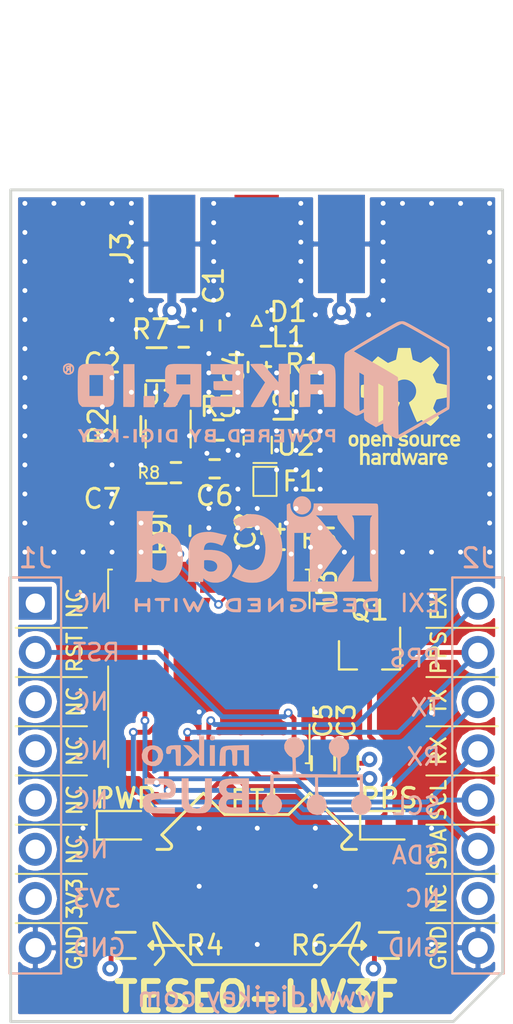
<source format=kicad_pcb>
(kicad_pcb (version 20171130) (host pcbnew "(5.0.0)")
  (layers (0 F.Cu signal) (1 In1.Cu power) (2 In2.Cu power) (31 B.Cu signal) (34 B.Paste user) (35 F.Paste user) (36 B.SilkS user) (37 F.SilkS user) (38 B.Mask user) (39 F.Mask user) (44 Edge.Cuts user))
  (net 0 "")
  (net 1 "Net-(J1-Pad1)")
  (net 2 "Net-(J1-Pad3)")
  (net 3 "Net-(J1-Pad4)")
  (net 4 "Net-(J1-Pad5)")
  (net 5 "Net-(J1-Pad6)")
  (net 6 +3V3)
  (net 7 GND)
  (net 8 +BATT)
  (net 9 "Net-(C1-Pad1)")
  (net 10 "Net-(C4-Pad2)")
  (net 11 "Net-(C4-Pad1)")
  (net 12 /VCC_RF)
  (net 13 "Net-(C8-Pad2)")
  (net 14 /RF_IN)
  (net 15 "Net-(D2-Pad2)")
  (net 16 "Net-(D3-Pad1)")
  (net 17 "Net-(D3-Pad2)")
  (net 18 "Net-(F1-Pad1)")
  (net 19 /RESET)
  (net 20 "Net-(J2-Pad7)")
  (net 21 /SDA)
  (net 22 /SCL)
  (net 23 /RX)
  (net 24 /TX)
  (net 25 /PPS)
  (net 26 /EXI)
  (net 27 "Net-(L2-Pad1)")
  (net 28 "Net-(R1-Pad2)")
  (net 29 "Net-(R2-Pad2)")
  (net 30 /ANT_OFF)
  (net 31 "Net-(U3-Pad15)")
  (net 32 "Net-(U3-Pad18)")
  (net 33 "Net-(C2-Pad1)")
  (net 34 "Net-(C7-Pad1)")
  (net 35 "Net-(R8-Pad1)")
  (module Resistors_SMD:R_0402 (layer F.Cu) (at 134.66 103.1)
    (fp_text reference R7 (at -1.7 -0.4) (layer F.SilkS))
    (fp_text value 0)
    (pad 2 smd rect (at 0.45 0) (size 0.4 0.6) (layers F.Cu F.Paste F.Mask) (net 9 "Net-(C1-Pad1)"))
    (pad 1 smd rect (at -0.45 0) (size 0.4 0.6) (layers F.Cu F.Paste F.Mask) (net 33 "Net-(C2-Pad1)"))
  )
  (module Resistors_SMD:R_0402 (layer F.Cu) (at 134.46 113.1 270)
    (fp_text reference R9 (at 0.35 1 270) (layer F.SilkS))
    (fp_text value 0)
    (pad 1 smd rect (at -0.45 0 270) (size 0.4 0.6) (layers F.Cu F.Paste F.Mask) (net 34 "Net-(C7-Pad1)"))
    (pad 2 smd rect (at 0.45 0 270) (size 0.4 0.6) (layers F.Cu F.Paste F.Mask) (net 12 /VCC_RF))
  )
  (module Resistors_SMD:R_0402 (layer F.Cu) (at 134.26 110.1)
    (fp_text reference R8 (at -1.4 0) (layer F.SilkS) (effects (font (size 0.6 0.6) (thickness 0.1))))
    (fp_text value 0)
    (pad 1 smd rect (at -0.45 0) (size 0.4 0.6) (layers F.Cu F.Paste F.Mask) (net 35 "Net-(R8-Pad1)"))
    (pad 2 smd rect (at 0.45 0) (size 0.4 0.6) (layers F.Cu F.Paste F.Mask) (net 30 /ANT_OFF))
  )
  (module local-footprints:TESEO_LIV3F_SMD (layer F.Cu) (at 135.96 120.1 90)
    (fp_text reference U3 (at 4 6.1 90) (layer F.SilkS))
    (fp_text value TESEO-LIV3F)
    (pad 10 smd rect (at 4.6 4.4 90) (size 1.6 0.9) (layers F.Cu F.Paste F.Mask) (net 7 GND))
    (pad 11 smd rect (at 4.6 3.3 90) (size 1.6 0.9) (layers F.Cu F.Paste F.Mask) (net 14 /RF_IN))
    (pad 12 smd rect (at 4.6 2.2 90) (size 1.6 0.9) (layers F.Cu F.Paste F.Mask) (net 7 GND))
    (pad 13 smd rect (at 4.6 1.1 90) (size 1.6 0.9) (layers F.Cu F.Paste F.Mask) (net 30 /ANT_OFF))
    (pad 14 smd rect (at 4.6 0 90) (size 1.6 0.9) (layers F.Cu F.Paste F.Mask) (net 12 /VCC_RF))
    (pad 15 smd rect (at 4.6 -1.1 90) (size 1.6 0.9) (layers F.Cu F.Paste F.Mask) (net 31 "Net-(U3-Pad15)"))
    (pad 16 smd rect (at 4.6 -2.2 90) (size 1.6 0.9) (layers F.Cu F.Paste F.Mask) (net 21 /SDA))
    (pad 17 smd rect (at 4.6 -3.3 90) (size 1.6 0.9) (layers F.Cu F.Paste F.Mask) (net 22 /SCL))
    (pad 18 smd rect (at 4.6 -4.4 90) (size 1.6 0.9) (layers F.Cu F.Paste F.Mask) (net 32 "Net-(U3-Pad18)"))
    (pad 9 smd rect (at -4.6 4.4 90) (size 1.6 0.9) (layers F.Cu F.Paste F.Mask) (net 19 /RESET))
    (pad 8 smd rect (at -4.6 3.3 90) (size 1.6 0.9) (layers F.Cu F.Paste F.Mask) (net 6 +3V3))
    (pad 7 smd rect (at -4.6 2.2 90) (size 1.6 0.9) (layers F.Cu F.Paste F.Mask) (net 6 +3V3))
    (pad 6 smd rect (at -4.6 1.1 90) (size 1.6 0.9) (layers F.Cu F.Paste F.Mask) (net 8 +BATT))
    (pad 5 smd rect (at -4.6 0 90) (size 1.6 0.9) (layers F.Cu F.Paste F.Mask) (net 26 /EXI))
    (pad 4 smd rect (at -4.6 -1.1 90) (size 1.6 0.9) (layers F.Cu F.Paste F.Mask) (net 25 /PPS))
    (pad 3 smd rect (at -4.6 -2.2 90) (size 1.6 0.9) (layers F.Cu F.Paste F.Mask) (net 23 /RX))
    (pad 2 smd rect (at -4.6 -3.3 90) (size 1.6 0.9) (layers F.Cu F.Paste F.Mask) (net 24 /TX))
    (pad 1 smd rect (at -4.6 -4.4 90) (size 1.6 0.9) (layers F.Cu F.Paste F.Mask) (net 7 GND))
  )
  (module Connector_PinHeader_2.54mm:PinHeader_1x08_P2.54mm_Vertical (layer B.Cu) (at 127 116.84 180)
    (fp_text reference J1 (at 0 2.33 180) (layer B.SilkS) (effects (justify mirror)))
    (fp_text value Conn_01x08)
    (pad 1 thru_hole rect (at 0 0 180) (size 1.7 1.7) (drill 1) (layers *.Cu *.Mask) (net 1 "Net-(J1-Pad1)"))
    (pad 2 thru_hole oval (at 0 -2.54 180) (size 1.7 1.7) (drill 1) (layers *.Cu *.Mask) (net 19 /RESET))
    (pad 3 thru_hole oval (at 0 -5.08 180) (size 1.7 1.7) (drill 1) (layers *.Cu *.Mask) (net 2 "Net-(J1-Pad3)"))
    (pad 4 thru_hole oval (at 0 -7.62 180) (size 1.7 1.7) (drill 1) (layers *.Cu *.Mask) (net 3 "Net-(J1-Pad4)"))
    (pad 5 thru_hole oval (at 0 -10.16 180) (size 1.7 1.7) (drill 1) (layers *.Cu *.Mask) (net 4 "Net-(J1-Pad5)"))
    (pad 6 thru_hole oval (at 0 -12.7 180) (size 1.7 1.7) (drill 1) (layers *.Cu *.Mask) (net 5 "Net-(J1-Pad6)"))
    (pad 7 thru_hole oval (at 0 -15.24 180) (size 1.7 1.7) (drill 1) (layers *.Cu *.Mask) (net 6 +3V3))
    (pad 8 thru_hole oval (at 0 -17.78 180) (size 1.7 1.7) (drill 1) (layers *.Cu *.Mask) (net 7 GND))
  )
  (module Connector_PinHeader_2.54mm:PinHeader_1x08_P2.54mm_Vertical (layer B.Cu) (at 149.86 116.84 180)
    (fp_text reference J2 (at 0 2.33 180) (layer B.SilkS) (effects (justify mirror)))
    (fp_text value Conn_01x08)
    (pad 8 thru_hole oval (at 0 -17.78 180) (size 1.7 1.7) (drill 1) (layers *.Cu *.Mask) (net 7 GND))
    (pad 7 thru_hole oval (at 0 -15.24 180) (size 1.7 1.7) (drill 1) (layers *.Cu *.Mask) (net 20 "Net-(J2-Pad7)"))
    (pad 6 thru_hole oval (at 0 -12.7 180) (size 1.7 1.7) (drill 1) (layers *.Cu *.Mask) (net 21 /SDA))
    (pad 5 thru_hole oval (at 0 -10.16 180) (size 1.7 1.7) (drill 1) (layers *.Cu *.Mask) (net 22 /SCL))
    (pad 4 thru_hole oval (at 0 -7.62 180) (size 1.7 1.7) (drill 1) (layers *.Cu *.Mask) (net 23 /RX))
    (pad 3 thru_hole oval (at 0 -5.08 180) (size 1.7 1.7) (drill 1) (layers *.Cu *.Mask) (net 24 /TX))
    (pad 2 thru_hole oval (at 0 -2.54 180) (size 1.7 1.7) (drill 1) (layers *.Cu *.Mask) (net 25 /PPS))
    (pad 1 thru_hole circle (at 0 0 180) (size 1.7 1.7) (drill 1) (layers *.Cu *.Mask) (net 26 /EXI))
  )
  (module logos:mikroBUS-Logo_11.87mm (layer B.Cu) (at 138.43 125.73 180)
    (fp_text reference G*** hide)
    (fp_text value mikrobus-logo_11.87mm hide)
  )
  (module local-footprints:Keystone_3030_1x10mm-CoinCell (layer F.Cu) (at 138.43 131.445 180)
    (fp_text reference BT1 (at 0 4.445 180) (layer F.SilkS))
    (fp_text value Battery_Cell)
    (pad 2 smd rect (at 0 0 180) (size 4 4) (layers F.Cu F.Paste F.Mask) (net 7 GND))
    (pad 1 smd rect (at 6.6 0 180) (size 2.9 3.5) (layers F.Cu F.Paste F.Mask) (net 8 +BATT))
    (pad 1 smd rect (at -6.6 0 180) (size 2.9 3.5) (layers F.Cu F.Paste F.Mask) (net 8 +BATT))
  )
  (module Capacitors_SMD:C_0402 (layer F.Cu) (at 136.06 102.5 90)
    (fp_text reference C1 (at 2.05 0.15 270) (layer F.SilkS))
    (fp_text value 56p)
    (pad 1 smd rect (at -0.55 0 90) (size 0.6 0.5) (layers F.Cu F.Paste F.Mask) (net 9 "Net-(C1-Pad1)"))
    (pad 2 smd rect (at 0.55 0 90) (size 0.6 0.5) (layers F.Cu F.Paste F.Mask) (net 7 GND))
  )
  (module Capacitors_SMD:C_0603 (layer F.Cu) (at 143.06 125.1 270)
    (fp_text reference C3 (at -2.2 0 270) (layer F.SilkS) (effects (font (size 0.9 0.9))))
    (fp_text value 100p)
    (pad 2 smd rect (at 0.75 0 270) (size 0.8 0.75) (layers F.Cu F.Paste F.Mask) (net 6 +3V3))
    (pad 1 smd rect (at -0.75 0 270) (size 0.8 0.75) (layers F.Cu F.Paste F.Mask) (net 7 GND))
  )
  (module Capacitors_SMD:C_0402 (layer F.Cu) (at 138.46 104.65 90)
    (fp_text reference C4 (at -0.05 -1.2 270) (layer F.SilkS))
    (fp_text value 120p)
    (pad 2 smd rect (at 0.55 0 90) (size 0.6 0.5) (layers F.Cu F.Paste F.Mask) (net 10 "Net-(C4-Pad2)"))
    (pad 1 smd rect (at -0.55 0 90) (size 0.6 0.5) (layers F.Cu F.Paste F.Mask) (net 11 "Net-(C4-Pad1)"))
  )
  (module Capacitors_SMD:C_0603 (layer F.Cu) (at 141.86 125.1 270)
    (fp_text reference C5 (at -2.2 0 270) (layer F.SilkS) (effects (font (size 0.9 0.9))))
    (fp_text value 100n)
    (pad 1 smd rect (at -0.75 0 270) (size 0.8 0.75) (layers F.Cu F.Paste F.Mask) (net 7 GND))
    (pad 2 smd rect (at 0.75 0 270) (size 0.8 0.75) (layers F.Cu F.Paste F.Mask) (net 6 +3V3))
  )
  (module Capacitors_SMD:C_0402 (layer F.Cu) (at 136.26 109.9 180)
    (fp_text reference C6 (at 0 -1.4 180) (layer F.SilkS))
    (fp_text value 1n)
    (pad 1 smd rect (at -0.55 0 180) (size 0.6 0.5) (layers F.Cu F.Paste F.Mask) (net 12 /VCC_RF))
    (pad 2 smd rect (at 0.55 0 180) (size 0.6 0.5) (layers F.Cu F.Paste F.Mask) (net 7 GND))
  )
  (module Capacitors_SMD:C_0402 (layer F.Cu) (at 139.16 113 90)
    (fp_text reference C8 (at -0.1 -1.3 270) (layer F.SilkS))
    (fp_text value 120p)
    (pad 2 smd rect (at 0.55 0 90) (size 0.6 0.5) (layers F.Cu F.Paste F.Mask) (net 13 "Net-(C8-Pad2)"))
    (pad 1 smd rect (at -0.55 0 90) (size 0.6 0.5) (layers F.Cu F.Paste F.Mask) (net 14 /RF_IN))
  )
  (module Diode_SMD:D_0201_0603Metric (layer F.Cu) (at 138.11 101.8 180)
    (fp_text reference D1 (at -1.95 0 180) (layer F.SilkS))
    (fp_text value D_TVS_ALT)
    (pad 1 smd roundrect (at -0.32 0 180) (size 0.46 0.4) (layers F.Cu F.Mask) (net 10 "Net-(C4-Pad2)"))
    (pad 2 smd roundrect (at 0.32 0 180) (size 0.46 0.4) (layers F.Cu F.Mask) (net 7 GND))
  )
  (module Diode_SMD:D_0603_1608Metric (layer F.Cu) (at 131.66 128.3)
    (fp_text reference D2 hide)
    (fp_text value LTST-C190KGKT)
    (pad 2 smd roundrect (at 0.7875 0) (size 0.875 0.95) (layers F.Cu F.Paste F.Mask) (net 15 "Net-(D2-Pad2)"))
    (pad 1 smd roundrect (at -0.7875 0) (size 0.875 0.95) (layers F.Cu F.Paste F.Mask) (net 7 GND))
  )
  (module Diode_SMD:D_0603_1608Metric (layer F.Cu) (at 145.26 128.3)
    (fp_text reference D3 hide)
    (fp_text value LTST-C190KRKT)
    (pad 1 smd roundrect (at -0.7875 0) (size 0.875 0.95) (layers F.Cu F.Paste F.Mask) (net 16 "Net-(D3-Pad1)"))
    (pad 2 smd roundrect (at 0.7875 0) (size 0.875 0.95) (layers F.Cu F.Paste F.Mask) (net 17 "Net-(D3-Pad2)"))
  )
  (module local-footprints:Filter_1411-5_1.4x1.1mm (layer F.Cu) (at 138.86 110.55 270)
    (fp_text reference F1 (at 0 -1.8) (layer F.SilkS))
    (fp_text value B4327)
    (pad 5 smd rect (at 0 -0.2875) (size 0.325 0.25) (layers F.Cu F.Paste F.Mask) (net 7 GND))
    (pad 4 smd rect (at 0.5 -0.2875) (size 0.325 0.25) (layers F.Cu F.Paste F.Mask) (net 13 "Net-(C8-Pad2)"))
    (pad 3 smd rect (at 0.5 0.2875) (size 0.325 0.25) (layers F.Cu F.Paste F.Mask) (net 7 GND))
    (pad 2 smd rect (at 0 0.2875) (size 0.325 0.25) (layers F.Cu F.Paste F.Mask) (net 7 GND))
    (pad 1 smd rect (at -0.5 0) (size 0.325 0.25) (layers F.Cu F.Paste F.Mask) (net 18 "Net-(F1-Pad1)"))
  )
  (module Connector_Coaxial:SMA_Molex_73251-1153_EdgeMount_Horizontal (layer F.Cu) (at 138.43 100.018 270)
    (fp_text reference J3 (at -1.5 7 270) (layer F.SilkS))
    (fp_text value Conn_Coaxial)
    (pad 1 smd rect (at -1.72 0 270) (size 5.08 2.29) (layers F.Cu F.Paste F.Mask) (net 10 "Net-(C4-Pad2)"))
    (pad 2 smd rect (at -1.72 -4.38 270) (size 5.08 2.42) (layers F.Cu F.Paste F.Mask) (net 7 GND))
    (pad 2 smd rect (at -1.72 4.38 270) (size 5.08 2.42) (layers F.Cu F.Paste F.Mask) (net 7 GND))
    (pad 2 smd rect (at -1.72 -4.38 270) (size 5.08 2.42) (layers B.Cu B.Paste B.Mask) (net 7 GND))
    (pad 2 smd rect (at -1.72 4.38 270) (size 5.08 2.42) (layers B.Cu B.Paste B.Mask) (net 7 GND))
    (pad 2 thru_hole circle (at 1.72 -4.38 270) (size 0.97 0.97) (drill 0.46) (layers *.Cu) (net 7 GND))
    (pad 2 thru_hole circle (at 1.72 4.38 270) (size 0.97 0.97) (drill 0.46) (layers *.Cu) (net 7 GND))
    (pad 2 smd rect (at 1.27 -4.38 270) (size 0.95 0.46) (layers F.Cu) (net 7 GND))
    (pad 2 smd rect (at 1.27 4.38 270) (size 0.95 0.46) (layers F.Cu) (net 7 GND))
    (pad 2 smd rect (at 1.27 -4.38 270) (size 0.95 0.46) (layers B.Cu) (net 7 GND))
    (pad 2 smd rect (at 1.27 4.38 270) (size 0.95 0.46) (layers B.Cu) (net 7 GND))
  )
  (module Inductor_SMD:L_0402_1005Metric (layer F.Cu) (at 137.96 103.1 180)
    (fp_text reference L1 (at -2.1 0 180) (layer F.SilkS))
    (fp_text value 56n)
    (pad 2 smd roundrect (at 0.485 0 180) (size 0.59 0.64) (layers F.Cu F.Paste F.Mask) (net 9 "Net-(C1-Pad1)"))
    (pad 1 smd roundrect (at -0.485 0 180) (size 0.59 0.64) (layers F.Cu F.Paste F.Mask) (net 10 "Net-(C4-Pad2)"))
  )
  (module Inductor_SMD:L_0402_1005Metric (layer F.Cu) (at 138.46 106.685 90)
    (fp_text reference L2 (at -0.015 1.4 270) (layer F.SilkS))
    (fp_text value 6.8n)
    (pad 1 smd roundrect (at -0.485 0 90) (size 0.59 0.64) (layers F.Cu F.Paste F.Mask) (net 27 "Net-(L2-Pad1)"))
    (pad 2 smd roundrect (at 0.485 0 90) (size 0.59 0.64) (layers F.Cu F.Paste F.Mask) (net 11 "Net-(C4-Pad1)"))
  )
  (module Package_TO_SOT_SMD:SOT-23 (layer F.Cu) (at 144.26 119.5 270)
    (fp_text reference Q1 (at -2.29 0) (layer F.SilkS))
    (fp_text value MMUN2211LT1G)
    (pad 1 smd rect (at -1 -0.95 270) (size 0.9 0.8) (layers F.Cu F.Paste F.Mask) (net 25 /PPS))
    (pad 2 smd rect (at -1 0.95 270) (size 0.9 0.8) (layers F.Cu F.Paste F.Mask) (net 7 GND))
    (pad 3 smd rect (at 1 0 270) (size 0.9 0.8) (layers F.Cu F.Paste F.Mask) (net 16 "Net-(D3-Pad1)"))
  )
  (module Resistors_SMD:R_0402 (layer F.Cu) (at 138.91 104.1)
    (fp_text reference R1 (at 1.95 0.4) (layer F.SilkS))
    (fp_text value 0)
    (pad 1 smd rect (at -0.45 0) (size 0.4 0.6) (layers F.Cu F.Paste F.Mask) (net 10 "Net-(C4-Pad2)"))
    (pad 2 smd rect (at 0.45 0) (size 0.4 0.6) (layers F.Cu F.Paste F.Mask) (net 28 "Net-(R1-Pad2)"))
  )
  (module Resistors_SMD:R_0402 (layer F.Cu) (at 136.46 107.9)
    (fp_text reference R3 (at 0 -1.2) (layer F.SilkS))
    (fp_text value 10k)
    (pad 1 smd rect (at -0.45 0) (size 0.4 0.6) (layers F.Cu F.Paste F.Mask) (net 7 GND))
    (pad 2 smd rect (at 0.45 0) (size 0.4 0.6) (layers F.Cu F.Paste F.Mask) (net 30 /ANT_OFF))
  )
  (module Resistors_SMD:R_0603 (layer F.Cu) (at 131.66 134.5)
    (fp_text reference R4 (at 4.1 0) (layer F.SilkS))
    (fp_text value 330)
    (pad 1 smd rect (at -0.75 0) (size 0.5 0.9) (layers F.Cu F.Paste F.Mask) (net 6 +3V3))
    (pad 2 smd rect (at 0.75 0) (size 0.5 0.9) (layers F.Cu F.Paste F.Mask) (net 15 "Net-(D2-Pad2)"))
  )
  (module Resistors_SMD:R_0402 (layer F.Cu) (at 139.61 113.55)
    (fp_text reference R5 (at 2.05 -0.05) (layer F.SilkS))
    (fp_text value 0)
    (pad 2 smd rect (at 0.45 0) (size 0.4 0.6) (layers F.Cu F.Paste F.Mask) (net 28 "Net-(R1-Pad2)"))
    (pad 1 smd rect (at -0.45 0) (size 0.4 0.6) (layers F.Cu F.Paste F.Mask) (net 14 /RF_IN))
  )
  (module Resistors_SMD:R_0603 (layer F.Cu) (at 145.26 134.5)
    (fp_text reference R6 (at -4.1 0) (layer F.SilkS))
    (fp_text value 330)
    (pad 1 smd rect (at -0.75 0) (size 0.5 0.9) (layers F.Cu F.Paste F.Mask) (net 6 +3V3))
    (pad 2 smd rect (at 0.75 0) (size 0.5 0.9) (layers F.Cu F.Paste F.Mask) (net 17 "Net-(D3-Pad2)"))
  )
  (module Package_TO_SOT_SMD:SOT-353_SC-70-5 (layer F.Cu) (at 133.86 108.1 270)
    (fp_text reference U1 (at -2 0.4) (layer F.SilkS))
    (fp_text value TPS22943)
    (pad 1 smd rect (at -0.95 -0.65 270) (size 0.65 0.4) (layers F.Cu F.Paste F.Mask) (net 33 "Net-(C2-Pad1)"))
    (pad 3 smd rect (at -0.95 0.65 270) (size 0.65 0.4) (layers F.Cu F.Paste F.Mask) (net 29 "Net-(R2-Pad2)"))
    (pad 2 smd rect (at -0.95 0 270) (size 0.65 0.4) (layers F.Cu F.Paste F.Mask) (net 7 GND))
    (pad 4 smd rect (at 0.95 0.65 270) (size 0.65 0.4) (layers F.Cu F.Paste F.Mask) (net 35 "Net-(R8-Pad1)"))
    (pad 5 smd rect (at 0.95 -0.65 270) (size 0.65 0.4) (layers F.Cu F.Paste F.Mask) (net 34 "Net-(C7-Pad1)"))
  )
  (module local-footprints:TSNP-6_0.8x0.7mm_P0.4mm (layer F.Cu) (at 138.46 108.65 90)
    (fp_text reference U2 (at -0.05 2 180) (layer F.SilkS))
    (fp_text value BGA725L6)
    (pad 1 smd rect (at -0.2 -0.4 90) (size 0.245 0.245) (layers F.Cu F.Paste F.Mask) (net 7 GND))
    (pad 2 smd rect (at -0.2 0 90) (size 0.245 0.245) (layers F.Cu F.Paste F.Mask) (net 12 /VCC_RF))
    (pad 3 smd rect (at -0.2 0.4 90) (size 0.245 0.245) (layers F.Cu F.Paste F.Mask) (net 18 "Net-(F1-Pad1)"))
    (pad 4 smd rect (at 0.2 0.4 90) (size 0.245 0.245) (layers F.Cu F.Paste F.Mask) (net 7 GND))
    (pad 5 smd rect (at 0.2 0 90) (size 0.245 0.245) (layers F.Cu F.Paste F.Mask) (net 27 "Net-(L2-Pad1)"))
    (pad 6 smd rect (at 0.2 -0.4 90) (size 0.245 0.245) (layers F.Cu F.Paste F.Mask) (net 30 /ANT_OFF))
  )
  (module Capacitors_SMD:C_0805 (layer F.Cu) (at 133.26 104.5 180)
    (fp_text reference C2 (at 2.8 0.05 180) (layer F.SilkS))
    (fp_text value 1u)
    (pad 1 smd rect (at -1 0 180) (size 1 1.25) (layers F.Cu F.Paste F.Mask) (net 33 "Net-(C2-Pad1)"))
    (pad 2 smd rect (at 1 0 180) (size 1 1.25) (layers F.Cu F.Paste F.Mask) (net 7 GND))
  )
  (module Capacitors_SMD:C_0805 (layer F.Cu) (at 133.26 111.5 180)
    (fp_text reference C7 (at 2.8 0.05 180) (layer F.SilkS))
    (fp_text value 2.2u)
    (pad 2 smd rect (at 1 0 180) (size 1 1.25) (layers F.Cu F.Paste F.Mask) (net 7 GND))
    (pad 1 smd rect (at -1 0 180) (size 1 1.25) (layers F.Cu F.Paste F.Mask) (net 34 "Net-(C7-Pad1)"))
  )
  (module Resistors_SMD:R_0603 (layer F.Cu) (at 131.772 107.7 90)
    (fp_text reference R2 (at 0 -1.512 90) (layer F.SilkS))
    (fp_text value 100k)
    (pad 1 smd rect (at -0.75 0 90) (size 0.5 0.9) (layers F.Cu F.Paste F.Mask) (net 34 "Net-(C7-Pad1)"))
    (pad 2 smd rect (at 0.75 0 90) (size 0.5 0.9) (layers F.Cu F.Paste F.Mask) (net 29 "Net-(R2-Pad2)"))
  )
  (module Symbol:KiCad-Logo2_6mm_SilkScreen (layer B.Cu) (at 138.43 114.3 180)
    (fp_text reference REF** hide)
    (fp_text value KiCad-Logo2_6mm_SilkScreen hide)
  )
  (module logos:maker_io-logo_20mm (layer B.Cu) (at 138.43 105.41 180)
    (fp_text reference G*** hide)
    (fp_text value LOGO hide)
  )
  (module Symbol:OSHW-Logo_5.7x6mm_SilkScreen (layer F.Cu) (at 146.05 106.68)
    (fp_text reference REF** hide)
    (fp_text value OSHW-Logo_5.7x6mm_SilkScreen hide)
  )
  (gr_text www.digikey.com (at 138.43 137.16) (layer B.SilkS) (effects (font (size 1 1)) (justify mirror)))
  (gr_line (start 143.86 134.7) (end 144.06 134.5) (layer F.SilkS) (width 0.15))
  (gr_line (start 143.86 134.3) (end 143.86 134.7) (layer F.SilkS) (width 0.15))
  (gr_line (start 144.06 134.5) (end 143.86 134.3) (layer F.SilkS) (width 0.15))
  (gr_line (start 142.26 134.5) (end 144.06 134.5) (layer F.SilkS) (width 0.15))
  (gr_line (start 133.06 134.7) (end 132.86 134.5) (layer F.SilkS) (width 0.15))
  (gr_line (start 133.06 134.3) (end 133.06 134.7) (layer F.SilkS) (width 0.15))
  (gr_line (start 132.86 134.5) (end 133.06 134.3) (layer F.SilkS) (width 0.15))
  (gr_line (start 134.66 134.5) (end 132.86 134.5) (layer F.SilkS) (width 0.15))
  (gr_text EXI (at 147.828 116.84 90) (layer F.SilkS) (effects (font (size 0.762 0.762) (thickness 0.127))))
  (gr_text PPS (at 145.26 126.9) (layer F.SilkS) (effects (font (size 1 1) (thickness 0.17))))
  (gr_text PWR (at 131.66 126.9) (layer F.SilkS) (effects (font (size 1 1) (thickness 0.17))))
  (gr_text TESEO-LIV3F (at 138.43 137.16) (layer F.SilkS) (effects (font (size 1.5 1.5) (thickness 0.3))))
  (gr_text GND (at 146.558 134.62) (layer B.SilkS) (effects (font (size 0.889 0.889) (thickness 0.1397)) (justify mirror)))
  (gr_text NC (at 147.0025 132.08) (layer B.SilkS) (effects (font (size 0.889 0.889) (thickness 0.1397)) (justify mirror)))
  (gr_text SDA (at 146.663833 129.846248) (layer B.SilkS) (effects (font (size 0.889 0.889) (thickness 0.1397)) (justify mirror)))
  (gr_text SCL (at 146.685 127.306248) (layer B.SilkS) (effects (font (size 0.889 0.889) (thickness 0.1397)) (justify mirror)))
  (gr_text RX (at 147.044833 124.766248) (layer B.SilkS) (effects (font (size 0.889 0.889) (thickness 0.1397)) (justify mirror)))
  (gr_text TX (at 147.150667 122.226248) (layer B.SilkS) (effects (font (size 0.889 0.889) (thickness 0.1397)) (justify mirror)))
  (gr_text PPS (at 146.600333 119.686248) (layer B.SilkS) (effects (font (size 0.889 0.889) (thickness 0.1397)) (justify mirror)))
  (gr_text EXI (at 146.8755 116.84) (layer B.SilkS) (effects (font (size 0.889 0.889) (thickness 0.1397)) (justify mirror)))
  (gr_text NC (at 129.8575 124.46) (layer B.SilkS) (effects (font (size 0.889 0.889) (thickness 0.1397)) (justify mirror)))
  (gr_text NC (at 129.8575 121.92) (layer B.SilkS) (effects (font (size 0.889 0.889) (thickness 0.1397)) (justify mirror)))
  (gr_text RST (at 130.153834 119.38) (layer B.SilkS) (effects (font (size 0.889 0.889) (thickness 0.1397)) (justify mirror)))
  (gr_text NC (at 129.8575 116.84) (layer B.SilkS) (effects (font (size 0.889 0.889) (thickness 0.1397)) (justify mirror)))
  (gr_text GND (at 130.302 134.62) (layer B.SilkS) (effects (font (size 0.889 0.889) (thickness 0.1397)) (justify mirror)))
  (gr_text 3V3 (at 130.175 132.08) (layer B.SilkS) (effects (font (size 0.889 0.889) (thickness 0.1397)) (justify mirror)))
  (gr_text NC (at 129.8575 129.54) (layer B.SilkS) (effects (font (size 0.889 0.889) (thickness 0.1397)) (justify mirror)))
  (gr_text NC (at 129.8575 127) (layer B.SilkS) (effects (font (size 0.889 0.889) (thickness 0.1397)) (justify mirror)))
  (gr_text PPS (at 147.828 119.38 90) (layer F.SilkS) (effects (font (size 0.762 0.762) (thickness 0.127))))
  (gr_text TX (at 147.828 121.92 90) (layer F.SilkS) (effects (font (size 0.762 0.762) (thickness 0.127))))
  (gr_text RX (at 147.828 124.46 90) (layer F.SilkS) (effects (font (size 0.762 0.762) (thickness 0.127))))
  (gr_text SCL (at 147.828 127 90) (layer F.SilkS) (effects (font (size 0.762 0.762) (thickness 0.127))))
  (gr_text SDA (at 147.828 129.54 90) (layer F.SilkS) (effects (font (size 0.762 0.762) (thickness 0.127))))
  (gr_text NC (at 147.828 132.08 90) (layer F.SilkS) (effects (font (size 0.762 0.762) (thickness 0.127))))
  (gr_text NC (at 129.032 116.84 90) (layer F.SilkS) (effects (font (size 0.762 0.762) (thickness 0.127))))
  (gr_text RST (at 129.032 119.38 90) (layer F.SilkS) (effects (font (size 0.762 0.762) (thickness 0.127))))
  (gr_text NC (at 129.032 121.92 90) (layer F.SilkS) (effects (font (size 0.762 0.762) (thickness 0.127))))
  (gr_text NC (at 129.032 124.46 90) (layer F.SilkS) (effects (font (size 0.762 0.762) (thickness 0.127))))
  (gr_text NC (at 129.032 127 90) (layer F.SilkS) (effects (font (size 0.762 0.762) (thickness 0.127))))
  (gr_text NC (at 129.032 129.54 90) (layer F.SilkS) (effects (font (size 0.762 0.762) (thickness 0.127))))
  (gr_text 3V3 (at 129.032 132.08 90) (layer F.SilkS) (effects (font (size 0.762 0.762) (thickness 0.127))))
  (gr_line (start 147.193 133.35) (end 150.876 133.35) (layer F.SilkS) (width 0.1016))
  (gr_line (start 147.193 128.27) (end 150.876 128.27) (layer F.SilkS) (width 0.1016))
  (gr_line (start 147.193 130.81) (end 150.876 130.81) (layer F.SilkS) (width 0.1016))
  (gr_line (start 147.193 125.73) (end 150.876 125.73) (layer F.SilkS) (width 0.1016))
  (gr_line (start 147.193 120.65) (end 150.876 120.65) (layer F.SilkS) (width 0.1016))
  (gr_line (start 147.193 123.19) (end 150.876 123.19) (layer F.SilkS) (width 0.1016))
  (gr_line (start 147.193 118.11) (end 150.876 118.11) (layer F.SilkS) (width 0.1016))
  (gr_text GND (at 147.828 134.62 90) (layer F.SilkS) (effects (font (size 0.762 0.762) (thickness 0.127))))
  (gr_line (start 125.984 118.11) (end 129.667 118.11) (layer F.SilkS) (width 0.1016))
  (gr_line (start 125.984 120.65) (end 129.667 120.65) (layer F.SilkS) (width 0.1016))
  (gr_line (start 125.984 123.19) (end 129.667 123.19) (layer F.SilkS) (width 0.1016))
  (gr_line (start 125.984 125.73) (end 129.667 125.73) (layer F.SilkS) (width 0.1016))
  (gr_line (start 125.984 128.27) (end 129.667 128.27) (layer F.SilkS) (width 0.1016))
  (gr_line (start 125.984 130.81) (end 129.667 130.81) (layer F.SilkS) (width 0.1016))
  (gr_text GND (at 129.032 134.62 90) (layer F.SilkS) (effects (font (size 0.762 0.762) (thickness 0.127))))
  (gr_line (start 125.984 133.35) (end 129.667 133.35) (layer F.SilkS) (width 0.1016))
  (gr_line (start 148.59 138.43) (end 151.13 135.89) (layer Edge.Cuts) (width 0.15))
  (gr_line (start 125.73 95.504) (end 125.73 138.43) (layer Edge.Cuts) (width 0.15))
  (gr_line (start 151.13 95.504) (end 125.73 95.504) (layer Edge.Cuts) (width 0.15))
  (gr_line (start 151.13 135.89) (end 151.13 95.504) (layer Edge.Cuts) (width 0.15))
  (gr_line (start 125.73 138.43) (end 148.59 138.43) (layer Edge.Cuts) (width 0.15))
  (segment (start 142.06 125.85) (end 143.26 125.85) (width 0.25) (layer F.Cu) (net 6))
  (via (at 130.86 135.7) (size 0.8) (drill 0.4) (layers F.Cu B.Cu) (net 6))
  (segment (start 130.91 134.5) (end 130.91 135.65) (width 0.25) (layer F.Cu) (net 6))
  (segment (start 130.91 135.65) (end 130.86 135.7) (width 0.25) (layer F.Cu) (net 6))
  (segment (start 138.16 124.7) (end 138.16 125.4) (width 0.25) (layer F.Cu) (net 6))
  (segment (start 138.16 125.4) (end 138.61 125.85) (width 0.25) (layer F.Cu) (net 6))
  (via (at 144.26 125.9) (size 0.8) (drill 0.4) (layers F.Cu B.Cu) (net 6))
  (segment (start 143.06 125.85) (end 144.21 125.85) (width 0.25) (layer F.Cu) (net 6))
  (segment (start 144.21 125.85) (end 144.26 125.9) (width 0.25) (layer F.Cu) (net 6))
  (segment (start 141.86 125.85) (end 141.86 125.7) (width 0.25) (layer F.Cu) (net 6))
  (segment (start 141.86 125.7) (end 142.46 125.1) (width 0.25) (layer F.Cu) (net 6))
  (via (at 144.26 124.9) (size 0.8) (drill 0.4) (layers F.Cu B.Cu) (net 6))
  (segment (start 142.46 125.1) (end 144.06 125.1) (width 0.25) (layer F.Cu) (net 6))
  (segment (start 144.06 125.1) (end 144.26 124.9) (width 0.25) (layer F.Cu) (net 6))
  (segment (start 138.16 124.7) (end 139.26 124.7) (width 0.25) (layer F.Cu) (net 6))
  (segment (start 139.26 125.45) (end 139.66 125.85) (width 0.25) (layer F.Cu) (net 6))
  (segment (start 139.26 124.7) (end 139.26 125.45) (width 0.25) (layer F.Cu) (net 6))
  (segment (start 138.61 125.85) (end 139.66 125.85) (width 0.25) (layer F.Cu) (net 6))
  (segment (start 139.66 125.85) (end 141.86 125.85) (width 0.25) (layer F.Cu) (net 6))
  (via (at 144.46 135.7) (size 0.8) (drill 0.4) (layers F.Cu B.Cu) (net 6))
  (segment (start 144.51 134.5) (end 144.51 135.65) (width 0.25) (layer F.Cu) (net 6))
  (segment (start 144.51 135.65) (end 144.46 135.7) (width 0.25) (layer F.Cu) (net 6))
  (via (at 136.21 96.2) (size 0.4572) (drill 0.254) (layers F.Cu B.Cu) (net 7))
  (via (at 136.21 97.2) (size 0.4572) (drill 0.254) (layers F.Cu B.Cu) (net 7))
  (via (at 136.21 98.2) (size 0.4572) (drill 0.254) (layers F.Cu B.Cu) (net 7))
  (via (at 136.21 99.2) (size 0.4572) (drill 0.254) (layers F.Cu B.Cu) (net 7))
  (via (at 136.21 100.2) (size 0.4572) (drill 0.254) (layers F.Cu B.Cu) (net 7))
  (via (at 136.21 101.2) (size 0.4572) (drill 0.254) (layers F.Cu B.Cu) (net 7))
  (via (at 140.71 99.2) (size 0.4572) (drill 0.254) (layers F.Cu B.Cu) (net 7))
  (via (at 140.71 100.2) (size 0.4572) (drill 0.254) (layers F.Cu B.Cu) (net 7))
  (via (at 140.71 96.2) (size 0.4572) (drill 0.254) (layers F.Cu B.Cu) (net 7))
  (via (at 140.71 97.2) (size 0.4572) (drill 0.254) (layers F.Cu B.Cu) (net 7))
  (via (at 140.71 98.2) (size 0.4572) (drill 0.254) (layers F.Cu B.Cu) (net 7))
  (via (at 140.71 101.2) (size 0.4572) (drill 0.254) (layers F.Cu B.Cu) (net 7))
  (via (at 141.46 101.95) (size 0.4572) (drill 0.254) (layers F.Cu B.Cu) (net 7))
  (via (at 144.96 98.2) (size 0.4572) (drill 0.254) (layers F.Cu B.Cu) (net 7))
  (via (at 144.96 99.2) (size 0.4572) (drill 0.254) (layers F.Cu B.Cu) (net 7))
  (via (at 144.96 96.2) (size 0.4572) (drill 0.254) (layers F.Cu B.Cu) (net 7))
  (via (at 144.96 97.2) (size 0.4572) (drill 0.254) (layers F.Cu B.Cu) (net 7))
  (via (at 144.96 100.2) (size 0.4572) (drill 0.254) (layers F.Cu B.Cu) (net 7))
  (via (at 144.96 101.2) (size 0.4572) (drill 0.254) (layers F.Cu B.Cu) (net 7))
  (via (at 144.21 101.95) (size 0.4572) (drill 0.254) (layers F.Cu B.Cu) (net 7))
  (via (at 135.21 101.7) (size 0.4572) (drill 0.254) (layers F.Cu B.Cu) (net 7))
  (via (at 132.96 101.7) (size 0.4572) (drill 0.254) (layers F.Cu B.Cu) (net 7))
  (via (at 131.96 99.2) (size 0.4572) (drill 0.254) (layers F.Cu B.Cu) (net 7))
  (via (at 131.96 96.2) (size 0.4572) (drill 0.254) (layers F.Cu B.Cu) (net 7))
  (via (at 131.96 97.2) (size 0.4572) (drill 0.254) (layers F.Cu B.Cu) (net 7))
  (via (at 131.96 100.2) (size 0.4572) (drill 0.254) (layers F.Cu B.Cu) (net 7))
  (via (at 131.96 101.2) (size 0.4572) (drill 0.254) (layers F.Cu B.Cu) (net 7))
  (via (at 131.96 98.2) (size 0.4572) (drill 0.254) (layers F.Cu B.Cu) (net 7))
  (via (at 130.96 96.2) (size 0.4572) (drill 0.254) (layers F.Cu B.Cu) (net 7))
  (via (at 126.46 96.2) (size 0.4572) (drill 0.254) (layers F.Cu B.Cu) (net 7))
  (via (at 127.96 96.2) (size 0.4572) (drill 0.254) (layers F.Cu B.Cu) (net 7))
  (via (at 129.46 96.2) (size 0.4572) (drill 0.254) (layers F.Cu B.Cu) (net 7))
  (via (at 145.96 96.2) (size 0.4572) (drill 0.254) (layers F.Cu B.Cu) (net 7))
  (via (at 147.46 96.2) (size 0.4572) (drill 0.254) (layers F.Cu B.Cu) (net 7))
  (via (at 148.96 96.2) (size 0.4572) (drill 0.254) (layers F.Cu B.Cu) (net 7))
  (via (at 150.46 96.2) (size 0.4572) (drill 0.254) (layers F.Cu B.Cu) (net 7))
  (via (at 150.46 97.7) (size 0.4572) (drill 0.254) (layers F.Cu B.Cu) (net 7))
  (via (at 150.46 99.2) (size 0.4572) (drill 0.254) (layers F.Cu B.Cu) (net 7))
  (via (at 150.46 100.7) (size 0.4572) (drill 0.254) (layers F.Cu B.Cu) (net 7))
  (via (at 150.46 102.2) (size 0.4572) (drill 0.254) (layers F.Cu B.Cu) (net 7))
  (via (at 150.46 103.7) (size 0.4572) (drill 0.254) (layers F.Cu B.Cu) (net 7))
  (via (at 150.46 105.2) (size 0.4572) (drill 0.254) (layers F.Cu B.Cu) (net 7))
  (via (at 150.46 106.7) (size 0.4572) (drill 0.254) (layers F.Cu B.Cu) (net 7))
  (via (at 150.46 108.2) (size 0.4572) (drill 0.254) (layers F.Cu B.Cu) (net 7))
  (via (at 150.46 109.7) (size 0.4572) (drill 0.254) (layers F.Cu B.Cu) (net 7))
  (via (at 150.46 111.2) (size 0.4572) (drill 0.254) (layers F.Cu B.Cu) (net 7))
  (via (at 150.46 112.7) (size 0.4572) (drill 0.254) (layers F.Cu B.Cu) (net 7))
  (via (at 150.46 114.2) (size 0.4572) (drill 0.254) (layers F.Cu B.Cu) (net 7))
  (via (at 126.46 97.7) (size 0.4572) (drill 0.254) (layers F.Cu B.Cu) (net 7))
  (via (at 126.46 99.2) (size 0.4572) (drill 0.254) (layers F.Cu B.Cu) (net 7))
  (via (at 126.46 100.7) (size 0.4572) (drill 0.254) (layers F.Cu B.Cu) (net 7))
  (via (at 126.46 102.2) (size 0.4572) (drill 0.254) (layers F.Cu B.Cu) (net 7))
  (via (at 126.46 103.7) (size 0.4572) (drill 0.254) (layers F.Cu B.Cu) (net 7))
  (via (at 126.46 105.2) (size 0.4572) (drill 0.254) (layers F.Cu B.Cu) (net 7))
  (via (at 126.46 106.7) (size 0.4572) (drill 0.254) (layers F.Cu B.Cu) (net 7))
  (via (at 126.46 108.2) (size 0.4572) (drill 0.254) (layers F.Cu B.Cu) (net 7))
  (via (at 126.46 109.7) (size 0.4572) (drill 0.254) (layers F.Cu B.Cu) (net 7))
  (via (at 126.46 111.2) (size 0.4572) (drill 0.254) (layers F.Cu B.Cu) (net 7))
  (via (at 126.46 112.7) (size 0.4572) (drill 0.254) (layers F.Cu B.Cu) (net 7))
  (via (at 126.46 114.2) (size 0.4572) (drill 0.254) (layers F.Cu B.Cu) (net 7))
  (via (at 139.21 101.7) (size 0.4572) (drill 0.254) (layers F.Cu B.Cu) (net 7))
  (via (at 139.21 102.7) (size 0.4572) (drill 0.254) (layers F.Cu B.Cu) (net 7))
  (via (at 140.46 103.45) (size 0.4572) (drill 0.254) (layers F.Cu B.Cu) (net 7))
  (via (at 141.21 104.2) (size 0.4572) (drill 0.254) (layers F.Cu B.Cu) (net 7))
  (via (at 141.71 104.95) (size 0.4572) (drill 0.254) (layers F.Cu B.Cu) (net 7))
  (via (at 141.71 105.95) (size 0.4572) (drill 0.254) (layers F.Cu B.Cu) (net 7))
  (via (at 141.71 106.95) (size 0.4572) (drill 0.254) (layers F.Cu B.Cu) (net 7))
  (via (at 141.71 107.95) (size 0.4572) (drill 0.254) (layers F.Cu B.Cu) (net 7))
  (via (at 141.71 108.95) (size 0.4572) (drill 0.254) (layers F.Cu B.Cu) (net 7))
  (via (at 141.71 109.95) (size 0.4572) (drill 0.254) (layers F.Cu B.Cu) (net 7))
  (via (at 141.71 110.95) (size 0.4572) (drill 0.254) (layers F.Cu B.Cu) (net 7))
  (via (at 141.71 111.95) (size 0.4572) (drill 0.254) (layers F.Cu B.Cu) (net 7))
  (via (at 141.71 112.95) (size 0.4572) (drill 0.254) (layers F.Cu B.Cu) (net 7))
  (via (at 141.21 113.95) (size 0.4572) (drill 0.254) (layers F.Cu B.Cu) (net 7))
  (via (at 140.21 114.3) (size 0.4572) (drill 0.254) (layers F.Cu B.Cu) (net 7))
  (via (at 140.46 105.95) (size 0.4572) (drill 0.254) (layers F.Cu B.Cu) (net 7))
  (via (at 140.46 106.95) (size 0.4572) (drill 0.254) (layers F.Cu B.Cu) (net 7))
  (via (at 140.46 107.95) (size 0.4572) (drill 0.254) (layers F.Cu B.Cu) (net 7))
  (via (at 140.46 108.95) (size 0.4572) (drill 0.254) (layers F.Cu B.Cu) (net 7))
  (via (at 140.46 109.95) (size 0.4572) (drill 0.254) (layers F.Cu B.Cu) (net 7))
  (via (at 140.46 110.95) (size 0.4572) (drill 0.254) (layers F.Cu B.Cu) (net 7))
  (via (at 140.46 111.95) (size 0.4572) (drill 0.254) (layers F.Cu B.Cu) (net 7))
  (via (at 139.96 112.7) (size 0.4572) (drill 0.254) (layers F.Cu B.Cu) (net 7))
  (via (at 139.46 105.95) (size 0.4572) (drill 0.254) (layers F.Cu B.Cu) (net 7))
  (via (at 139.46 106.95) (size 0.4572) (drill 0.254) (layers F.Cu B.Cu) (net 7))
  (via (at 139.46 107.95) (size 0.4572) (drill 0.254) (layers F.Cu B.Cu) (net 7))
  (via (at 139.46 108.95) (size 0.4572) (drill 0.254) (layers F.Cu B.Cu) (net 7))
  (via (at 139.46 109.95) (size 0.4572) (drill 0.254) (layers F.Cu B.Cu) (net 7))
  (via (at 139.46 104.95) (size 0.4572) (drill 0.254) (layers F.Cu B.Cu) (net 7))
  (via (at 136.96 101.95) (size 0.4572) (drill 0.254) (layers F.Cu B.Cu) (net 7))
  (via (at 137.46 104.95) (size 0.4572) (drill 0.254) (layers F.Cu B.Cu) (net 7))
  (via (at 137.46 105.95) (size 0.4572) (drill 0.254) (layers F.Cu B.Cu) (net 7))
  (via (at 137.46 106.95) (size 0.4572) (drill 0.254) (layers F.Cu B.Cu) (net 7))
  (via (at 137.46 103.95) (size 0.4572) (drill 0.254) (layers F.Cu B.Cu) (net 7))
  (via (at 137.71 107.95) (size 0.4572) (drill 0.254) (layers F.Cu B.Cu) (net 7))
  (via (at 137.46 109.2) (size 0.4572) (drill 0.254) (layers F.Cu B.Cu) (net 7))
  (via (at 136.96 108.95) (size 0.4572) (drill 0.254) (layers F.Cu B.Cu) (net 7))
  (via (at 138.46 111.95) (size 0.4572) (drill 0.254) (layers F.Cu B.Cu) (net 7))
  (via (at 138.46 112.95) (size 0.4572) (drill 0.254) (layers F.Cu B.Cu) (net 7))
  (via (at 138.46 113.95) (size 0.4572) (drill 0.254) (layers F.Cu B.Cu) (net 7))
  (via (at 137.46 113.95) (size 0.4572) (drill 0.254) (layers F.Cu B.Cu) (net 7))
  (via (at 137.46 112.95) (size 0.4572) (drill 0.254) (layers F.Cu B.Cu) (net 7))
  (via (at 137.46 111.95) (size 0.4572) (drill 0.254) (layers F.Cu B.Cu) (net 7))
  (via (at 137.46 110.95) (size 0.4572) (drill 0.254) (layers F.Cu B.Cu) (net 7))
  (via (at 130.96 114.2) (size 0.4572) (drill 0.254) (layers F.Cu B.Cu) (net 7))
  (via (at 141.71 114.95) (size 0.4572) (drill 0.254) (layers F.Cu B.Cu) (net 7))
  (via (at 141.71 116.2) (size 0.4572) (drill 0.254) (layers F.Cu B.Cu) (net 7))
  (via (at 127.96 114.2) (size 0.4572) (drill 0.254) (layers F.Cu B.Cu) (net 7))
  (via (at 129.46 114.2) (size 0.4572) (drill 0.254) (layers F.Cu B.Cu) (net 7))
  (via (at 132.46 114.2) (size 0.4572) (drill 0.254) (layers F.Cu B.Cu) (net 7))
  (via (at 148.96 114.2) (size 0.4572) (drill 0.254) (layers F.Cu B.Cu) (net 7))
  (via (at 147.46 114.2) (size 0.4572) (drill 0.254) (layers F.Cu B.Cu) (net 7))
  (via (at 145.96 114.2) (size 0.4572) (drill 0.254) (layers F.Cu B.Cu) (net 7))
  (via (at 144.46 114.2) (size 0.4572) (drill 0.254) (layers F.Cu B.Cu) (net 7))
  (via (at 142.96 114.2) (size 0.4572) (drill 0.254) (layers F.Cu B.Cu) (net 7))
  (via (at 135.46 131.45) (size 0.4572) (drill 0.254) (layers F.Cu B.Cu) (net 7))
  (via (at 135.46 128.45) (size 0.4572) (drill 0.254) (layers F.Cu B.Cu) (net 7))
  (via (at 138.46 128.45) (size 0.4572) (drill 0.254) (layers F.Cu B.Cu) (net 7))
  (via (at 141.46 128.45) (size 0.4572) (drill 0.254) (layers F.Cu B.Cu) (net 7))
  (via (at 141.46 131.45) (size 0.4572) (drill 0.254) (layers F.Cu B.Cu) (net 7))
  (via (at 141.46 134.45) (size 0.4572) (drill 0.254) (layers F.Cu B.Cu) (net 7))
  (via (at 138.46 134.45) (size 0.4572) (drill 0.254) (layers F.Cu B.Cu) (net 7))
  (via (at 135.46 134.45) (size 0.4572) (drill 0.254) (layers F.Cu B.Cu) (net 7))
  (via (at 129.46 128.45) (size 0.4572) (drill 0.254) (layers F.Cu B.Cu) (net 7))
  (via (at 129.46 134.45) (size 0.4572) (drill 0.254) (layers F.Cu B.Cu) (net 7))
  (via (at 129.46 122.45) (size 0.4572) (drill 0.254) (layers F.Cu B.Cu) (net 7))
  (via (at 129.46 116.45) (size 0.4572) (drill 0.254) (layers F.Cu B.Cu) (net 7))
  (via (at 147.46 128.45) (size 0.4572) (drill 0.254) (layers F.Cu B.Cu) (net 7))
  (via (at 147.46 122.5) (size 0.4572) (drill 0.254) (layers F.Cu B.Cu) (net 7))
  (via (at 147.46 116.45) (size 0.4572) (drill 0.254) (layers F.Cu B.Cu) (net 7))
  (via (at 141.46 122.45) (size 0.4572) (drill 0.254) (layers F.Cu B.Cu) (net 7))
  (via (at 135.46 122.45) (size 0.4572) (drill 0.254) (layers F.Cu B.Cu) (net 7))
  (via (at 147.46 134.45) (size 0.4572) (drill 0.254) (layers F.Cu B.Cu) (net 7))
  (via (at 135.96 110.95) (size 0.4572) (drill 0.254) (layers F.Cu B.Cu) (net 7))
  (via (at 135.96 111.95) (size 0.4572) (drill 0.254) (layers F.Cu B.Cu) (net 7))
  (via (at 135.96 112.95) (size 0.4572) (drill 0.254) (layers F.Cu B.Cu) (net 7))
  (via (at 135.96 106.95) (size 0.4572) (drill 0.254) (layers F.Cu B.Cu) (net 7))
  (via (at 135.96 105.95) (size 0.4572) (drill 0.254) (layers F.Cu B.Cu) (net 7))
  (via (at 135.96 104.95) (size 0.4572) (drill 0.254) (layers F.Cu B.Cu) (net 7))
  (via (at 135.96 103.95) (size 0.4572) (drill 0.254) (layers F.Cu B.Cu) (net 7))
  (via (at 130.96 112.7) (size 0.4572) (drill 0.254) (layers F.Cu B.Cu) (net 7))
  (via (at 130.96 111.2) (size 0.4572) (drill 0.254) (layers F.Cu B.Cu) (net 7))
  (via (at 130.96 109.7) (size 0.4572) (drill 0.254) (layers F.Cu B.Cu) (net 7))
  (via (at 130.96 105.2) (size 0.4572) (drill 0.254) (layers F.Cu B.Cu) (net 7))
  (via (at 130.96 103.7) (size 0.4572) (drill 0.254) (layers F.Cu B.Cu) (net 7))
  (via (at 130.96 102.2) (size 0.4572) (drill 0.254) (layers F.Cu B.Cu) (net 7))
  (via (at 130.46 108.2) (size 0.4572) (drill 0.254) (layers F.Cu B.Cu) (net 7))
  (via (at 130.46 106.7) (size 0.4572) (drill 0.254) (layers F.Cu B.Cu) (net 7))
  (via (at 132.46 109.7) (size 0.4572) (drill 0.254) (layers F.Cu B.Cu) (net 7))
  (via (at 132.46 112.7) (size 0.4572) (drill 0.254) (layers F.Cu B.Cu) (net 7))
  (via (at 133.21 105.95) (size 0.4572) (drill 0.254) (layers F.Cu B.Cu) (net 7))
  (via (at 131.96 105.95) (size 0.4572) (drill 0.254) (layers F.Cu B.Cu) (net 7))
  (via (at 132.21 102.7) (size 0.4572) (drill 0.254) (layers F.Cu B.Cu) (net 7))
  (via (at 134.96 108.2) (size 0.4572) (drill 0.254) (layers F.Cu B.Cu) (net 7))
  (via (at 135.86 109.1) (size 0.4572) (drill 0.254) (layers F.Cu B.Cu) (net 7))
  (segment (start 137.06 125.5) (end 137.06 124.7) (width 0.25) (layer F.Cu) (net 8))
  (segment (start 135.46 127.1) (end 137.06 125.5) (width 0.25) (layer F.Cu) (net 8))
  (segment (start 132.26 127.1) (end 135.46 127.1) (width 0.25) (layer F.Cu) (net 8))
  (segment (start 131.66 127.7) (end 132.26 127.1) (width 0.25) (layer F.Cu) (net 8))
  (segment (start 131.83 131.445) (end 131.66 131.275) (width 0.25) (layer F.Cu) (net 8))
  (segment (start 131.66 131.275) (end 131.66 127.7) (width 0.25) (layer F.Cu) (net 8))
  (segment (start 137.06 125.5) (end 137.86 126.3) (width 0.25) (layer F.Cu) (net 8))
  (segment (start 137.86 126.3) (end 140.86 126.3) (width 0.25) (layer F.Cu) (net 8))
  (segment (start 145.03 130.47) (end 145.03 131.445) (width 0.25) (layer F.Cu) (net 8))
  (segment (start 140.86 126.3) (end 145.03 130.47) (width 0.25) (layer F.Cu) (net 8))
  (segment (start 137.425 103.05) (end 137.475 103.1) (width 0.25) (layer F.Cu) (net 9))
  (segment (start 136.06 103.05) (end 137.425 103.05) (width 0.25) (layer F.Cu) (net 9))
  (segment (start 136.01 103.1) (end 136.06 103.05) (width 0.25) (layer F.Cu) (net 9))
  (segment (start 135.11 103.1) (end 136.01 103.1) (width 0.25) (layer F.Cu) (net 9))
  (segment (start 138.43 98.298) (end 138.43 101.8) (width 0.35) (layer F.Cu) (net 10))
  (segment (start 138.43 103.085) (end 138.445 103.1) (width 0.35) (layer F.Cu) (net 10))
  (segment (start 138.43 101.8) (end 138.43 103.085) (width 0.35) (layer F.Cu) (net 10))
  (segment (start 138.445 104.085) (end 138.46 104.1) (width 0.35) (layer F.Cu) (net 10))
  (segment (start 138.445 103.1) (end 138.445 104.085) (width 0.35) (layer F.Cu) (net 10))
  (segment (start 138.46 105.2) (end 138.46 106.2) (width 0.35) (layer F.Cu) (net 11))
  (segment (start 138.46 108.85) (end 138.46 109.1) (width 0.15) (layer F.Cu) (net 12))
  (segment (start 137.66 109.9) (end 136.81 109.9) (width 0.15) (layer F.Cu) (net 12))
  (segment (start 138.46 109.1) (end 137.66 109.9) (width 0.15) (layer F.Cu) (net 12))
  (segment (start 135.96 115.5) (end 135.96 114.8) (width 0.25) (layer F.Cu) (net 12))
  (segment (start 134.71 113.55) (end 134.46 113.55) (width 0.25) (layer F.Cu) (net 12))
  (segment (start 135.96 114.8) (end 134.71 113.55) (width 0.25) (layer F.Cu) (net 12))
  (segment (start 134.46 113.55) (end 134.81 113.55) (width 0.15) (layer F.Cu) (net 12))
  (segment (start 134.81 113.55) (end 135.36 113) (width 0.15) (layer F.Cu) (net 12))
  (segment (start 135.36 113) (end 135.36 110.8) (width 0.15) (layer F.Cu) (net 12))
  (segment (start 135.36 110.8) (end 135.66 110.5) (width 0.15) (layer F.Cu) (net 12))
  (segment (start 136.21 110.5) (end 136.81 109.9) (width 0.15) (layer F.Cu) (net 12))
  (segment (start 135.66 110.5) (end 136.21 110.5) (width 0.15) (layer F.Cu) (net 12))
  (segment (start 139.16 111.0625) (end 139.1475 111.05) (width 0.35) (layer F.Cu) (net 13))
  (segment (start 139.16 112.45) (end 139.16 111.0625) (width 0.35) (layer F.Cu) (net 13))
  (segment (start 139.16 115.4) (end 139.26 115.5) (width 0.35) (layer F.Cu) (net 14))
  (segment (start 139.16 113.55) (end 139.16 115.4) (width 0.35) (layer F.Cu) (net 14))
  (segment (start 132.41 134.5) (end 132.66 134.5) (width 0.25) (layer F.Cu) (net 15))
  (segment (start 132.66 134.5) (end 133.66 133.5) (width 0.25) (layer F.Cu) (net 15))
  (segment (start 133.66 129.5125) (end 132.4475 128.3) (width 0.25) (layer F.Cu) (net 15))
  (segment (start 133.66 133.5) (end 133.66 129.5125) (width 0.25) (layer F.Cu) (net 15))
  (segment (start 144.26 120.5) (end 144.26 123.7) (width 0.25) (layer F.Cu) (net 16))
  (segment (start 144.26 123.7) (end 145.06 124.5) (width 0.25) (layer F.Cu) (net 16))
  (segment (start 145.06 127.7125) (end 144.4725 128.3) (width 0.25) (layer F.Cu) (net 16))
  (segment (start 145.06 124.5) (end 145.06 127.7125) (width 0.25) (layer F.Cu) (net 16))
  (segment (start 146.01 134.5) (end 146.86 133.65) (width 0.25) (layer F.Cu) (net 17))
  (segment (start 146.86 129.1125) (end 146.0475 128.3) (width 0.25) (layer F.Cu) (net 17))
  (segment (start 146.86 133.65) (end 146.86 129.1125) (width 0.25) (layer F.Cu) (net 17))
  (segment (start 138.86 110.05) (end 138.86 109.1) (width 0.35) (layer F.Cu) (net 18))
  (segment (start 138.86 108.85) (end 138.86 109.1) (width 0.15) (layer F.Cu) (net 18))
  (via (at 140.06 122.5) (size 0.4572) (drill 0.254) (layers F.Cu B.Cu) (net 19))
  (segment (start 140.36 124.7) (end 140.36 122.8) (width 0.25) (layer F.Cu) (net 19))
  (segment (start 140.36 122.8) (end 140.06 122.5) (width 0.25) (layer F.Cu) (net 19))
  (segment (start 140.06 122.5) (end 139.86 122.7) (width 0.25) (layer B.Cu) (net 19))
  (segment (start 139.86 122.7) (end 136.66 122.7) (width 0.25) (layer B.Cu) (net 19))
  (segment (start 133.34 119.38) (end 127 119.38) (width 0.25) (layer B.Cu) (net 19))
  (segment (start 136.66 122.7) (end 133.34 119.38) (width 0.25) (layer B.Cu) (net 19))
  (segment (start 149.86 129.54) (end 149.86 129.1) (width 0.25) (layer F.Cu) (net 21))
  (segment (start 149.86 129.54) (end 149.86 128.9) (width 0.25) (layer F.Cu) (net 21))
  (segment (start 149.86 129.54) (end 149.86 129.3) (width 0.25) (layer F.Cu) (net 21))
  (segment (start 149.86 129.54) (end 148.22 127.9) (width 0.25) (layer B.Cu) (net 21))
  (segment (start 148.22 127.9) (end 140.66 127.9) (width 0.25) (layer B.Cu) (net 21))
  (segment (start 140.66 127.9) (end 140.26 127.5) (width 0.25) (layer B.Cu) (net 21))
  (segment (start 140.26 127.5) (end 133.26 127.5) (width 0.25) (layer B.Cu) (net 21))
  (via (at 132.06 123.5) (size 0.4572) (drill 0.254) (layers F.Cu B.Cu) (net 21))
  (segment (start 133.26 127.5) (end 132.06 126.3) (width 0.25) (layer B.Cu) (net 21))
  (segment (start 132.06 126.3) (end 132.06 123.5) (width 0.25) (layer B.Cu) (net 21))
  (segment (start 132.06 123.5) (end 132.86 123.5) (width 0.25) (layer F.Cu) (net 21))
  (segment (start 133.76 122.6) (end 133.76 115.5) (width 0.25) (layer F.Cu) (net 21))
  (segment (start 132.86 123.5) (end 133.76 122.6) (width 0.25) (layer F.Cu) (net 21))
  (segment (start 132.66 122.9) (end 132.66 115.5) (width 0.25) (layer F.Cu) (net 22))
  (segment (start 147.96 127) (end 149.86 127) (width 0.25) (layer B.Cu) (net 22))
  (segment (start 147.46 127.5) (end 147.96 127) (width 0.25) (layer B.Cu) (net 22))
  (segment (start 132.66 122.9) (end 132.66 126.3) (width 0.25) (layer B.Cu) (net 22))
  (segment (start 132.66 126.3) (end 133.46 127.1) (width 0.25) (layer B.Cu) (net 22))
  (segment (start 133.46 127.1) (end 140.46 127.1) (width 0.25) (layer B.Cu) (net 22))
  (segment (start 140.46 127.1) (end 140.86 127.5) (width 0.25) (layer B.Cu) (net 22))
  (via (at 132.66 122.9) (size 0.4572) (drill 0.254) (layers F.Cu B.Cu) (net 22))
  (segment (start 140.86 127.5) (end 147.46 127.5) (width 0.25) (layer B.Cu) (net 22))
  (segment (start 133.86 126.5) (end 133.76 126.4) (width 0.25) (layer F.Cu) (net 23))
  (via (at 133.86 126.5) (size 0.4572) (drill 0.254) (layers F.Cu B.Cu) (net 23))
  (segment (start 133.76 126.4) (end 133.76 124.7) (width 0.25) (layer F.Cu) (net 23))
  (segment (start 147.22 127.1) (end 149.86 124.46) (width 0.25) (layer B.Cu) (net 23))
  (segment (start 141.06 127.1) (end 147.22 127.1) (width 0.25) (layer B.Cu) (net 23))
  (segment (start 133.86 126.5) (end 140.46 126.5) (width 0.25) (layer B.Cu) (net 23))
  (segment (start 140.46 126.5) (end 141.06 127.1) (width 0.25) (layer B.Cu) (net 23))
  (segment (start 133.26 126.1) (end 132.66 125.5) (width 0.25) (layer F.Cu) (net 24))
  (segment (start 132.66 125.5) (end 132.66 124.7) (width 0.25) (layer F.Cu) (net 24))
  (via (at 133.26 126.1) (size 0.4572) (drill 0.254) (layers F.Cu B.Cu) (net 24))
  (segment (start 145.08 126.7) (end 149.86 121.92) (width 0.25) (layer B.Cu) (net 24))
  (segment (start 141.26 126.7) (end 145.08 126.7) (width 0.25) (layer B.Cu) (net 24))
  (segment (start 140.46 125.9) (end 141.26 126.7) (width 0.25) (layer B.Cu) (net 24))
  (segment (start 133.26 126.1) (end 133.46 125.9) (width 0.25) (layer B.Cu) (net 24))
  (segment (start 133.46 125.9) (end 140.46 125.9) (width 0.25) (layer B.Cu) (net 24))
  (segment (start 146.09 119.38) (end 145.21 118.5) (width 0.25) (layer F.Cu) (net 25))
  (segment (start 149.86 119.38) (end 146.09 119.38) (width 0.25) (layer F.Cu) (net 25))
  (via (at 134.86 123.5) (size 0.4572) (drill 0.254) (layers F.Cu B.Cu) (net 25))
  (segment (start 134.86 124.7) (end 134.86 123.5) (width 0.25) (layer F.Cu) (net 25))
  (segment (start 145.74 123.5) (end 149.86 119.38) (width 0.25) (layer B.Cu) (net 25))
  (segment (start 134.86 123.5) (end 145.74 123.5) (width 0.25) (layer B.Cu) (net 25))
  (via (at 136.06 122.9) (size 0.4572) (drill 0.254) (layers F.Cu B.Cu) (net 26))
  (segment (start 135.96 124.7) (end 135.96 123) (width 0.25) (layer F.Cu) (net 26))
  (segment (start 135.96 123) (end 136.06 122.9) (width 0.25) (layer F.Cu) (net 26))
  (segment (start 136.06 122.9) (end 136.26 123.1) (width 0.25) (layer B.Cu) (net 26))
  (segment (start 143.6 123.1) (end 149.86 116.84) (width 0.25) (layer B.Cu) (net 26))
  (segment (start 136.26 123.1) (end 143.6 123.1) (width 0.25) (layer B.Cu) (net 26))
  (segment (start 138.46 107.17) (end 138.46 108.2) (width 0.35) (layer F.Cu) (net 27))
  (segment (start 138.46 108.45) (end 138.46 108.2) (width 0.15) (layer F.Cu) (net 27))
  (segment (start 140.4 113.55) (end 140.06 113.55) (width 0.35) (layer F.Cu) (net 28))
  (segment (start 140.55 113.52) (end 140.4 113.55) (width 0.35) (layer F.Cu) (net 28))
  (segment (start 140.66 113.48) (end 140.55 113.52) (width 0.35) (layer F.Cu) (net 28))
  (segment (start 140.76 113.42) (end 140.66 113.48) (width 0.35) (layer F.Cu) (net 28))
  (segment (start 140.86 113.34) (end 140.76 113.42) (width 0.35) (layer F.Cu) (net 28))
  (segment (start 140.95 113.24) (end 140.86 113.34) (width 0.35) (layer F.Cu) (net 28))
  (segment (start 141.02 113.12) (end 140.95 113.24) (width 0.35) (layer F.Cu) (net 28))
  (segment (start 141.07 112.98) (end 141.02 113.12) (width 0.35) (layer F.Cu) (net 28))
  (segment (start 141.09 112.85) (end 141.07 112.98) (width 0.35) (layer F.Cu) (net 28))
  (segment (start 141.09 105.54) (end 141.09 112.85) (width 0.35) (layer F.Cu) (net 28))
  (segment (start 141.08 105.4) (end 141.09 105.54) (width 0.35) (layer F.Cu) (net 28))
  (segment (start 141.06 105.27) (end 141.08 105.4) (width 0.35) (layer F.Cu) (net 28))
  (segment (start 141.02 105.11) (end 141.06 105.27) (width 0.35) (layer F.Cu) (net 28))
  (segment (start 140.96 104.96) (end 141.02 105.11) (width 0.35) (layer F.Cu) (net 28))
  (segment (start 140.89 104.82) (end 140.96 104.96) (width 0.35) (layer F.Cu) (net 28))
  (segment (start 140.81 104.7) (end 140.89 104.82) (width 0.35) (layer F.Cu) (net 28))
  (segment (start 140.72 104.59) (end 140.81 104.7) (width 0.35) (layer F.Cu) (net 28))
  (segment (start 140.61 104.48) (end 140.72 104.59) (width 0.35) (layer F.Cu) (net 28))
  (segment (start 140.53 104.41) (end 140.61 104.48) (width 0.35) (layer F.Cu) (net 28))
  (segment (start 140.43 104.34) (end 140.53 104.41) (width 0.35) (layer F.Cu) (net 28))
  (segment (start 140.3 104.26) (end 140.43 104.34) (width 0.35) (layer F.Cu) (net 28))
  (segment (start 140.16 104.2) (end 140.3 104.26) (width 0.35) (layer F.Cu) (net 28))
  (segment (start 140.05 104.16) (end 140.16 104.2) (width 0.35) (layer F.Cu) (net 28))
  (segment (start 139.93 104.13) (end 140.05 104.16) (width 0.35) (layer F.Cu) (net 28))
  (segment (start 139.81 104.11) (end 139.93 104.13) (width 0.35) (layer F.Cu) (net 28))
  (segment (start 139.7 104.1) (end 139.81 104.11) (width 0.35) (layer F.Cu) (net 28))
  (segment (start 139.36 104.1) (end 139.7 104.1) (width 0.35) (layer F.Cu) (net 28))
  (segment (start 133.01 106.95) (end 131.772 106.95) (width 0.25) (layer F.Cu) (net 29))
  (segment (start 133.21 107.15) (end 133.01 106.95) (width 0.25) (layer F.Cu) (net 29))
  (segment (start 137.46 108.45) (end 138.06 108.45) (width 0.15) (layer F.Cu) (net 30))
  (segment (start 136.91 107.9) (end 137.46 108.45) (width 0.15) (layer F.Cu) (net 30))
  (via (at 136.46 116.9) (size 0.4572) (drill 0.254) (layers F.Cu B.Cu) (net 30))
  (segment (start 137.06 115.5) (end 137.06 116.3) (width 0.15) (layer F.Cu) (net 30))
  (segment (start 137.06 116.3) (end 136.46 116.9) (width 0.15) (layer F.Cu) (net 30))
  (via (at 134.46 114.3) (size 0.4572) (drill 0.254) (layers F.Cu B.Cu) (net 30))
  (segment (start 136.46 116.9) (end 134.46 114.9) (width 0.15) (layer B.Cu) (net 30))
  (segment (start 134.46 114.9) (end 134.46 114.3) (width 0.15) (layer B.Cu) (net 30))
  (segment (start 134.46 114.3) (end 134.26 114.3) (width 0.15) (layer F.Cu) (net 30))
  (segment (start 134.26 114.3) (end 133.86 113.9) (width 0.15) (layer F.Cu) (net 30))
  (segment (start 133.86 113.9) (end 133.86 113.3) (width 0.15) (layer F.Cu) (net 30))
  (segment (start 133.86 113.3) (end 134.06 113.1) (width 0.15) (layer F.Cu) (net 30))
  (segment (start 134.06 113.1) (end 134.86 113.1) (width 0.15) (layer F.Cu) (net 30))
  (segment (start 134.86 113.1) (end 135.06 112.9) (width 0.15) (layer F.Cu) (net 30))
  (segment (start 135.06 110.45) (end 134.71 110.1) (width 0.15) (layer F.Cu) (net 30))
  (segment (start 135.06 112.9) (end 135.06 110.45) (width 0.15) (layer F.Cu) (net 30))
  (segment (start 134.71 110.1) (end 134.71 109.85) (width 0.15) (layer F.Cu) (net 30))
  (segment (start 134.71 109.85) (end 135.06 109.5) (width 0.15) (layer F.Cu) (net 30))
  (segment (start 135.06 109.5) (end 135.06 109.1) (width 0.15) (layer F.Cu) (net 30))
  (segment (start 135.06 109.1) (end 135.66 108.5) (width 0.15) (layer F.Cu) (net 30))
  (segment (start 136.31 108.5) (end 136.91 107.9) (width 0.15) (layer F.Cu) (net 30))
  (segment (start 135.66 108.5) (end 136.31 108.5) (width 0.15) (layer F.Cu) (net 30))
  (segment (start 134.51 104.75) (end 134.26 104.5) (width 0.25) (layer F.Cu) (net 33))
  (segment (start 134.51 107.15) (end 134.51 104.75) (width 0.25) (layer F.Cu) (net 33))
  (segment (start 134.26 103.15) (end 134.21 103.1) (width 0.25) (layer F.Cu) (net 33))
  (segment (start 134.26 104.5) (end 134.26 103.15) (width 0.25) (layer F.Cu) (net 33))
  (segment (start 134.26 109.3) (end 134.51 109.05) (width 0.15) (layer F.Cu) (net 34))
  (segment (start 134.26 111.5) (end 134.26 109.3) (width 0.15) (layer F.Cu) (net 34))
  (segment (start 134.26 112.45) (end 134.46 112.65) (width 0.25) (layer F.Cu) (net 34))
  (segment (start 134.26 111.5) (end 134.26 112.45) (width 0.25) (layer F.Cu) (net 34))
  (segment (start 133.91 108.45) (end 134.51 109.05) (width 0.25) (layer F.Cu) (net 34))
  (segment (start 131.772 108.45) (end 133.91 108.45) (width 0.25) (layer F.Cu) (net 34))
  (segment (start 133.81 109.65) (end 133.21 109.05) (width 0.15) (layer F.Cu) (net 35))
  (segment (start 133.81 110.1) (end 133.81 109.65) (width 0.15) (layer F.Cu) (net 35))
  (zone (net 7) (net_name GND) (layer F.Cu) (connect_pads (clearance 0.254)) (min_thickness 0.127) (fill yes (arc_segments 16) (thermal_gap 0.254) (thermal_bridge_width 0.254))
    (polygon (pts (xy 126.111 95.885) (xy 150.749 95.885) (xy 150.749 135.763) (xy 148.463 138.049) (xy 126.111 138.049)))
  )
  (zone (net 7) (net_name GND) (layer B.Cu) (connect_pads (clearance 0.254)) (min_thickness 0.127) (fill yes (arc_segments 16) (thermal_gap 0.254) (thermal_bridge_width 0.254))
    (polygon (pts (xy 126.111 95.885) (xy 150.749 95.885) (xy 150.749 135.763) (xy 148.463 138.049) (xy 126.111 138.049)))
  )
  (zone (net 7) (net_name GND) (layer F.Cu) (priority 1) (connect_pads (clearance 0.17)) (min_thickness 0.127) (fill yes (arc_segments 16) (thermal_gap 0.254) (thermal_bridge_width 0.254))
    (polygon (pts (xy 137.46 100.7) (xy 139.71 100.7) (xy 139.71 103.2) (xy 140.96 103.7) (xy 141.96 104.7) (xy 141.96 112.95) (xy 141.71 113.7) (xy 141.21 114.95) (xy 138.96 114.95) (xy 138.21 113.95) (xy 137.46 111.7)))
  )
)
</source>
